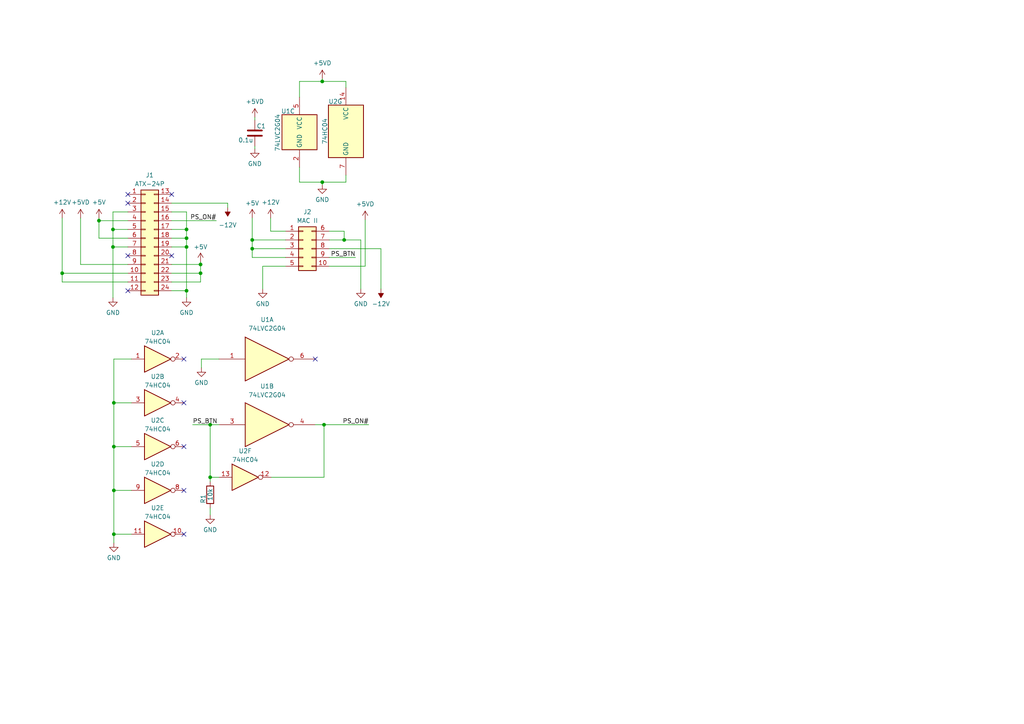
<source format=kicad_sch>
(kicad_sch (version 20230121) (generator eeschema)
  (paper "A4")
  (title_block (title "Mac II to ATX PSU adapter") (date "2023-11-14") (rev "V1") (company "JAchan") (comment 1 "Note: Only populate one inverter"))
  (lib_symbols
    (symbol "74xGxx:74LVC2G04"
      (property "Reference" "U" (at 0 7.62 0))
      (property "Value" "74LVC2G04" (at 2.54 -7.62 0))
      (symbol "74LVC2G04_1_1"
        (polyline (pts (xy -7.62 6.35) (xy -7.62 -6.35) (xy 5.08 0) (xy -7.62 6.35)) (stroke (width 0.254)) (fill (type background)))
        (pin input line (at -15.24 0 0) (length 7.62) (name "~") (number "1"))
        (pin output inverted (at 12.7 0 180) (length 7.62) (name "~") (number "6"))
      )
      (symbol "74LVC2G04_2_1"
        (polyline (pts (xy -7.62 6.35) (xy -7.62 -6.35) (xy 5.08 0) (xy -7.62 6.35)) (stroke (width 0.254)) (fill (type background)))
        (pin input line (at -15.24 0 0) (length 7.62) (name "~") (number "3"))
        (pin output inverted (at 12.7 0 180) (length 7.62) (name "~") (number "4"))
      )
      (symbol "74LVC2G04_3_0"
        (rectangle (start -5.08 -5.08) (end 5.08 5.08) (stroke (width 0.254)) (fill (type background)))
      )
      (symbol "74LVC2G04_3_1"
        (pin power_in line (at 0 -10.16 90) (length 5.08) (name "GND") (number "2"))
        (pin power_in line (at 0 10.16 270) (length 5.08) (name "VCC") (number "5"))
      )
    )
    (symbol "74xx:74HC04"
      (property "Reference" "U" (at 0 1.27 0))
      (property "Value" "74HC04" (at 0 -1.27 0))
      (symbol "74HC04_1_0"
        (polyline (pts (xy -3.81 3.81) (xy -3.81 -3.81) (xy 3.81 0) (xy -3.81 3.81)) (stroke (width 0.254)) (fill (type background)))
        (pin input line (at -7.62 0 0) (length 3.81) (name "~") (number "1"))
        (pin output inverted (at 7.62 0 180) (length 3.81) (name "~") (number "2"))
      )
      (symbol "74HC04_2_0"
        (polyline (pts (xy -3.81 3.81) (xy -3.81 -3.81) (xy 3.81 0) (xy -3.81 3.81)) (stroke (width 0.254)) (fill (type background)))
        (pin input line (at -7.62 0 0) (length 3.81) (name "~") (number "3"))
        (pin output inverted (at 7.62 0 180) (length 3.81) (name "~") (number "4"))
      )
      (symbol "74HC04_3_0"
        (polyline (pts (xy -3.81 3.81) (xy -3.81 -3.81) (xy 3.81 0) (xy -3.81 3.81)) (stroke (width 0.254)) (fill (type background)))
        (pin input line (at -7.62 0 0) (length 3.81) (name "~") (number "5"))
        (pin output inverted (at 7.62 0 180) (length 3.81) (name "~") (number "6"))
      )
      (symbol "74HC04_4_0"
        (polyline (pts (xy -3.81 3.81) (xy -3.81 -3.81) (xy 3.81 0) (xy -3.81 3.81)) (stroke (width 0.254)) (fill (type background)))
        (pin output inverted (at 7.62 0 180) (length 3.81) (name "~") (number "8"))
        (pin input line (at -7.62 0 0) (length 3.81) (name "~") (number "9"))
      )
      (symbol "74HC04_5_0"
        (polyline (pts (xy -3.81 3.81) (xy -3.81 -3.81) (xy 3.81 0) (xy -3.81 3.81)) (stroke (width 0.254)) (fill (type background)))
        (pin output inverted (at 7.62 0 180) (length 3.81) (name "~") (number "10"))
        (pin input line (at -7.62 0 0) (length 3.81) (name "~") (number "11"))
      )
      (symbol "74HC04_6_0"
        (polyline (pts (xy -3.81 3.81) (xy -3.81 -3.81) (xy 3.81 0) (xy -3.81 3.81)) (stroke (width 0.254)) (fill (type background)))
        (pin output inverted (at 7.62 0 180) (length 3.81) (name "~") (number "12"))
        (pin input line (at -7.62 0 0) (length 3.81) (name "~") (number "13"))
      )
      (symbol "74HC04_7_0"
        (pin power_in line (at 0 12.7 270) (length 5.08) (name "VCC") (number "14"))
        (pin power_in line (at 0 -12.7 90) (length 5.08) (name "GND") (number "7"))
      )
      (symbol "74HC04_7_1"
        (rectangle (start -5.08 7.62) (end 5.08 -7.62) (stroke (width 0.254)) (fill (type background)))
      )
    )
    (symbol "Connector_Generic:Conn_02x05_Top_Bottom" (pin_names (offset 1.016) hide)
      (property "Reference" "J" (at 1.27 7.62 0))
      (property "Value" "Conn_02x05_Top_Bottom" (at 1.27 -7.62 0))
      (symbol "Conn_02x05_Top_Bottom_1_1"
        (rectangle (start -1.27 -4.953) (end 0 -5.207) (stroke (width 0.1524)))
        (rectangle (start -1.27 -2.413) (end 0 -2.667) (stroke (width 0.1524)))
        (rectangle (start -1.27 0.127) (end 0 -0.127) (stroke (width 0.1524)))
        (rectangle (start -1.27 2.667) (end 0 2.413) (stroke (width 0.1524)))
        (rectangle (start -1.27 5.207) (end 0 4.953) (stroke (width 0.1524)))
        (rectangle (start -1.27 6.35) (end 3.81 -6.35) (stroke (width 0.254)) (fill (type background)))
        (rectangle (start 3.81 -4.953) (end 2.54 -5.207) (stroke (width 0.1524)))
        (rectangle (start 3.81 -2.413) (end 2.54 -2.667) (stroke (width 0.1524)))
        (rectangle (start 3.81 0.127) (end 2.54 -0.127) (stroke (width 0.1524)))
        (rectangle (start 3.81 2.667) (end 2.54 2.413) (stroke (width 0.1524)))
        (rectangle (start 3.81 5.207) (end 2.54 4.953) (stroke (width 0.1524)))
        (pin passive line (at -5.08 5.08 0) (length 3.81) (name "Pin_1") (number "1"))
        (pin passive line (at 7.62 -5.08 180) (length 3.81) (name "Pin_10") (number "10"))
        (pin passive line (at -5.08 2.54 0) (length 3.81) (name "Pin_2") (number "2"))
        (pin passive line (at -5.08 0 0) (length 3.81) (name "Pin_3") (number "3"))
        (pin passive line (at -5.08 -2.54 0) (length 3.81) (name "Pin_4") (number "4"))
        (pin passive line (at -5.08 -5.08 0) (length 3.81) (name "Pin_5") (number "5"))
        (pin passive line (at 7.62 5.08 180) (length 3.81) (name "Pin_6") (number "6"))
        (pin passive line (at 7.62 2.54 180) (length 3.81) (name "Pin_7") (number "7"))
        (pin passive line (at 7.62 0 180) (length 3.81) (name "Pin_8") (number "8"))
        (pin passive line (at 7.62 -2.54 180) (length 3.81) (name "Pin_9") (number "9"))
      )
    )
    (symbol "Connector_Generic:Conn_02x12_Top_Bottom" (pin_names (offset 1.016) hide)
      (property "Reference" "J" (at 1.27 15.24 0))
      (property "Value" "Conn_02x12_Top_Bottom" (at 1.27 -17.78 0))
      (symbol "Conn_02x12_Top_Bottom_1_1"
        (rectangle (start -1.27 -15.113) (end 0 -15.367) (stroke (width 0.1524)))
        (rectangle (start -1.27 -12.573) (end 0 -12.827) (stroke (width 0.1524)))
        (rectangle (start -1.27 -10.033) (end 0 -10.287) (stroke (width 0.1524)))
        (rectangle (start -1.27 -7.493) (end 0 -7.747) (stroke (width 0.1524)))
        (rectangle (start -1.27 -4.953) (end 0 -5.207) (stroke (width 0.1524)))
        (rectangle (start -1.27 -2.413) (end 0 -2.667) (stroke (width 0.1524)))
        (rectangle (start -1.27 0.127) (end 0 -0.127) (stroke (width 0.1524)))
        (rectangle (start -1.27 2.667) (end 0 2.413) (stroke (width 0.1524)))
        (rectangle (start -1.27 5.207) (end 0 4.953) (stroke (width 0.1524)))
        (rectangle (start -1.27 7.747) (end 0 7.493) (stroke (width 0.1524)))
        (rectangle (start -1.27 10.287) (end 0 10.033) (stroke (width 0.1524)))
        (rectangle (start -1.27 12.827) (end 0 12.573) (stroke (width 0.1524)))
        (rectangle (start -1.27 13.97) (end 3.81 -16.51) (stroke (width 0.254)) (fill (type background)))
        (rectangle (start 3.81 -15.113) (end 2.54 -15.367) (stroke (width 0.1524)))
        (rectangle (start 3.81 -12.573) (end 2.54 -12.827) (stroke (width 0.1524)))
        (rectangle (start 3.81 -10.033) (end 2.54 -10.287) (stroke (width 0.1524)))
        (rectangle (start 3.81 -7.493) (end 2.54 -7.747) (stroke (width 0.1524)))
        (rectangle (start 3.81 -4.953) (end 2.54 -5.207) (stroke (width 0.1524)))
        (rectangle (start 3.81 -2.413) (end 2.54 -2.667) (stroke (width 0.1524)))
        (rectangle (start 3.81 0.127) (end 2.54 -0.127) (stroke (width 0.1524)))
        (rectangle (start 3.81 2.667) (end 2.54 2.413) (stroke (width 0.1524)))
        (rectangle (start 3.81 5.207) (end 2.54 4.953) (stroke (width 0.1524)))
        (rectangle (start 3.81 7.747) (end 2.54 7.493) (stroke (width 0.1524)))
        (rectangle (start 3.81 10.287) (end 2.54 10.033) (stroke (width 0.1524)))
        (rectangle (start 3.81 12.827) (end 2.54 12.573) (stroke (width 0.1524)))
        (pin passive line (at -5.08 12.7 0) (length 3.81) (name "Pin_1") (number "1"))
        (pin passive line (at -5.08 -10.16 0) (length 3.81) (name "Pin_10") (number "10"))
        (pin passive line (at -5.08 -12.7 0) (length 3.81) (name "Pin_11") (number "11"))
        (pin passive line (at -5.08 -15.24 0) (length 3.81) (name "Pin_12") (number "12"))
        (pin passive line (at 7.62 12.7 180) (length 3.81) (name "Pin_13") (number "13"))
        (pin passive line (at 7.62 10.16 180) (length 3.81) (name "Pin_14") (number "14"))
        (pin passive line (at 7.62 7.62 180) (length 3.81) (name "Pin_15") (number "15"))
        (pin passive line (at 7.62 5.08 180) (length 3.81) (name "Pin_16") (number "16"))
        (pin passive line (at 7.62 2.54 180) (length 3.81) (name "Pin_17") (number "17"))
        (pin passive line (at 7.62 0 180) (length 3.81) (name "Pin_18") (number "18"))
        (pin passive line (at 7.62 -2.54 180) (length 3.81) (name "Pin_19") (number "19"))
        (pin passive line (at -5.08 10.16 0) (length 3.81) (name "Pin_2") (number "2"))
        (pin passive line (at 7.62 -5.08 180) (length 3.81) (name "Pin_20") (number "20"))
        (pin passive line (at 7.62 -7.62 180) (length 3.81) (name "Pin_21") (number "21"))
        (pin passive line (at 7.62 -10.16 180) (length 3.81) (name "Pin_22") (number "22"))
        (pin passive line (at 7.62 -12.7 180) (length 3.81) (name "Pin_23") (number "23"))
        (pin passive line (at 7.62 -15.24 180) (length 3.81) (name "Pin_24") (number "24"))
        (pin passive line (at -5.08 7.62 0) (length 3.81) (name "Pin_3") (number "3"))
        (pin passive line (at -5.08 5.08 0) (length 3.81) (name "Pin_4") (number "4"))
        (pin passive line (at -5.08 2.54 0) (length 3.81) (name "Pin_5") (number "5"))
        (pin passive line (at -5.08 0 0) (length 3.81) (name "Pin_6") (number "6"))
        (pin passive line (at -5.08 -2.54 0) (length 3.81) (name "Pin_7") (number "7"))
        (pin passive line (at -5.08 -5.08 0) (length 3.81) (name "Pin_8") (number "8"))
        (pin passive line (at -5.08 -7.62 0) (length 3.81) (name "Pin_9") (number "9"))
      )
    )
    (symbol "Device:C" (pin_numbers hide) (pin_names (offset 0.254))
      (property "Reference" "C" (at 0.635 2.54 0))
      (property "Value" "C" (at 0.635 -2.54 0))
      (symbol "C_0_1"
        (polyline (pts (xy -2.032 -0.762) (xy 2.032 -0.762)) (stroke (width 0.508)))
        (polyline (pts (xy -2.032 0.762) (xy 2.032 0.762)) (stroke (width 0.508)))
      )
      (symbol "C_1_1"
        (pin passive line (at 0 3.81 270) (length 2.794) (name "~") (number "1"))
        (pin passive line (at 0 -3.81 90) (length 2.794) (name "~") (number "2"))
      )
    )
    (symbol "Device:R" (pin_numbers hide) (pin_names (offset 0))
      (property "Reference" "R" (at 2.032 0 90))
      (property "Value" "R" (at 0 0 90))
      (symbol "R_0_1"
        (rectangle (start -1.016 -2.54) (end 1.016 2.54) (stroke (width 0.254)))
      )
      (symbol "R_1_1"
        (pin passive line (at 0 3.81 270) (length 1.27) (name "~") (number "1"))
        (pin passive line (at 0 -3.81 90) (length 1.27) (name "~") (number "2"))
      )
    )
    (symbol "power:+12V" (power) (pin_names (offset 0))
      (property "Value" "+12V" (at 0 3.556 0))
      (symbol "+12V_0_1"
        (polyline (pts (xy -0.762 1.27) (xy 0 2.54)))
        (polyline (pts (xy 0 0) (xy 0 2.54)))
        (polyline (pts (xy 0 2.54) (xy 0.762 1.27)))
      )
      (symbol "+12V_1_1"
        (pin power_in line (at 0 0 90) (length 0) hide (name "+12V") (number "1"))
      )
    )
    (symbol "power:+5V" (power) (pin_names (offset 0))
      (property "Value" "+5V" (at 0 3.556 0))
      (symbol "+5V_0_1"
        (polyline (pts (xy -0.762 1.27) (xy 0 2.54)))
        (polyline (pts (xy 0 0) (xy 0 2.54)))
        (polyline (pts (xy 0 2.54) (xy 0.762 1.27)))
      )
      (symbol "+5V_1_1"
        (pin power_in line (at 0 0 90) (length 0) hide (name "+5V") (number "1"))
      )
    )
    (symbol "power:+5VD" (power) (pin_names (offset 0))
      (property "Value" "+5VD" (at 0 3.556 0))
      (symbol "+5VD_0_1"
        (polyline (pts (xy -0.762 1.27) (xy 0 2.54)))
        (polyline (pts (xy 0 0) (xy 0 2.54)))
        (polyline (pts (xy 0 2.54) (xy 0.762 1.27)))
      )
      (symbol "+5VD_1_1"
        (pin power_in line (at 0 0 90) (length 0) hide (name "+5VD") (number "1"))
      )
    )
    (symbol "power:-12V" (power) (pin_names (offset 0))
      (property "Value" "-12V" (at 0 3.81 0))
      (symbol "-12V_0_0"
        (pin power_in line (at 0 0 90) (length 0) hide (name "-12V") (number "1"))
      )
      (symbol "-12V_0_1"
        (polyline (pts (xy 0 0) (xy 0 1.27) (xy 0.762 1.27) (xy 0 2.54) (xy -0.762 1.27) (xy 0 1.27)) (fill (type outline)))
      )
    )
    (symbol "power:GND" (power) (pin_names (offset 0))
      (property "Value" "GND" (at 0 -3.81 0))
      (symbol "GND_0_1"
        (polyline (pts (xy 0 0) (xy 0 -1.27) (xy 1.27 -1.27) (xy 0 -2.54) (xy -1.27 -1.27) (xy 0 -1.27)))
      )
      (symbol "GND_1_1"
        (pin power_in line (at 0 0 270) (length 0) hide (name "GND") (number "1"))
      )
    )
  )
  (junction (at 58.166 76.708))
  (junction (at 54.102 71.628))
  (junction (at 73.152 72.136))
  (junction (at 93.98 123.19))
  (junction (at 33.02 154.94))
  (junction (at 73.152 69.596))
  (junction (at 32.766 66.548))
  (junction (at 60.96 123.19))
  (junction (at 54.102 84.328))
  (junction (at 18.034 79.248))
  (junction (at 58.166 79.248))
  (junction (at 99.822 69.596))
  (junction (at 54.102 66.548))
  (junction (at 32.766 71.628))
  (junction (at 33.02 116.84))
  (junction (at 60.96 138.43))
  (junction (at 54.102 69.088))
  (junction (at 33.02 129.54))
  (junction (at 28.702 64.008))
  (junction (at 93.472 23.622))
  (junction (at 33.02 142.24))
  (junction (at 93.472 52.832))
  (no_connect (at 53.34 116.84))
  (no_connect (at 37.084 58.928))
  (no_connect (at 91.44 104.14))
  (no_connect (at 37.084 56.388))
  (no_connect (at 37.084 84.328))
  (no_connect (at 53.34 129.54))
  (no_connect (at 49.784 56.388))
  (no_connect (at 49.784 74.168))
  (no_connect (at 37.084 74.168))
  (no_connect (at 53.34 142.24))
  (no_connect (at 53.34 154.94))
  (no_connect (at 53.34 104.14))
  (wire (pts (xy 32.766 66.548) (xy 32.766 71.628)))
  (wire (pts (xy 54.102 71.628) (xy 54.102 84.328)))
  (wire (pts (xy 86.868 52.832) (xy 86.868 48.514)))
  (wire (pts (xy 100.33 50.8) (xy 100.33 52.832)))
  (wire (pts (xy 54.102 84.328) (xy 54.102 86.36)))
  (wire (pts (xy 49.784 79.248) (xy 58.166 79.248)))
  (wire (pts (xy 33.02 142.24) (xy 33.02 154.94)))
  (wire (pts (xy 49.784 84.328) (xy 54.102 84.328)))
  (wire (pts (xy 32.766 66.548) (xy 37.084 66.548)))
  (wire (pts (xy 54.102 69.088) (xy 54.102 71.628)))
  (wire (pts (xy 100.33 23.622) (xy 100.33 25.4)))
  (wire (pts (xy 95.504 69.596) (xy 99.822 69.596)))
  (wire (pts (xy 73.914 42.418) (xy 73.914 43.18)))
  (wire (pts (xy 18.034 81.788) (xy 37.084 81.788)))
  (wire (pts (xy 93.472 23.622) (xy 100.33 23.622)))
  (wire (pts (xy 49.784 61.468) (xy 54.102 61.468)))
  (wire (pts (xy 93.472 22.86) (xy 93.472 23.622)))
  (wire (pts (xy 95.504 67.056) (xy 99.822 67.056)))
  (wire (pts (xy 54.102 61.468) (xy 54.102 66.548)))
  (wire (pts (xy 23.368 63.246) (xy 23.368 76.708)))
  (wire (pts (xy 93.98 138.43) (xy 93.98 123.19)))
  (wire (pts (xy 78.486 63.246) (xy 78.486 67.056)))
  (wire (pts (xy 73.152 69.596) (xy 82.804 69.596)))
  (wire (pts (xy 99.822 67.056) (xy 99.822 69.596)))
  (wire (pts (xy 104.648 69.596) (xy 104.648 83.82)))
  (wire (pts (xy 33.02 154.94) (xy 38.1 154.94)))
  (wire (pts (xy 93.98 123.19) (xy 91.44 123.19)))
  (wire (pts (xy 28.702 64.008) (xy 37.084 64.008)))
  (wire (pts (xy 32.766 71.628) (xy 37.084 71.628)))
  (wire (pts (xy 73.152 63.246) (xy 73.152 69.596)))
  (wire (pts (xy 49.784 71.628) (xy 54.102 71.628)))
  (wire (pts (xy 76.2 83.82) (xy 76.2 77.216)))
  (wire (pts (xy 49.784 76.708) (xy 58.166 76.708)))
  (wire (pts (xy 32.766 61.468) (xy 37.084 61.468)))
  (wire (pts (xy 86.868 23.622) (xy 93.472 23.622)))
  (wire (pts (xy 58.42 104.14) (xy 58.42 106.68)))
  (wire (pts (xy 93.472 52.832) (xy 86.868 52.832)))
  (wire (pts (xy 73.914 34.036) (xy 73.914 34.798)))
  (wire (pts (xy 28.702 69.088) (xy 37.084 69.088)))
  (wire (pts (xy 58.166 79.248) (xy 58.166 81.788)))
  (wire (pts (xy 32.766 71.628) (xy 32.766 86.36)))
  (wire (pts (xy 49.784 66.548) (xy 54.102 66.548)))
  (wire (pts (xy 33.02 129.54) (xy 33.02 142.24)))
  (wire (pts (xy 33.02 154.94) (xy 33.02 157.48)))
  (wire (pts (xy 49.784 81.788) (xy 58.166 81.788)))
  (wire (pts (xy 78.486 67.056) (xy 82.804 67.056)))
  (wire (pts (xy 93.472 52.832) (xy 93.472 53.594)))
  (wire (pts (xy 93.98 123.19) (xy 106.934 123.19)))
  (wire (pts (xy 23.368 76.708) (xy 37.084 76.708)))
  (wire (pts (xy 73.152 72.136) (xy 82.804 72.136)))
  (wire (pts (xy 18.034 79.248) (xy 18.034 81.788)))
  (wire (pts (xy 33.02 116.84) (xy 38.1 116.84)))
  (wire (pts (xy 33.02 142.24) (xy 38.1 142.24)))
  (wire (pts (xy 33.02 104.14) (xy 38.1 104.14)))
  (wire (pts (xy 105.918 63.754) (xy 105.918 77.216)))
  (wire (pts (xy 28.702 64.008) (xy 28.702 69.088)))
  (wire (pts (xy 78.74 138.43) (xy 93.98 138.43)))
  (wire (pts (xy 95.504 74.676) (xy 103.124 74.676)))
  (wire (pts (xy 49.784 64.008) (xy 62.738 64.008)))
  (wire (pts (xy 73.152 74.676) (xy 82.804 74.676)))
  (wire (pts (xy 110.49 72.136) (xy 110.49 83.82)))
  (wire (pts (xy 63.5 123.19) (xy 60.96 123.19)))
  (wire (pts (xy 58.42 104.14) (xy 63.5 104.14)))
  (wire (pts (xy 60.96 147.32) (xy 60.96 149.352)))
  (wire (pts (xy 73.152 72.136) (xy 73.152 74.676)))
  (wire (pts (xy 95.504 72.136) (xy 110.49 72.136)))
  (wire (pts (xy 33.02 104.14) (xy 33.02 116.84)))
  (wire (pts (xy 99.822 69.596) (xy 104.648 69.596)))
  (wire (pts (xy 73.152 69.596) (xy 73.152 72.136)))
  (wire (pts (xy 58.166 75.946) (xy 58.166 76.708)))
  (wire (pts (xy 60.96 123.19) (xy 55.88 123.19)))
  (wire (pts (xy 32.766 61.468) (xy 32.766 66.548)))
  (wire (pts (xy 49.784 69.088) (xy 54.102 69.088)))
  (wire (pts (xy 60.96 123.19) (xy 60.96 138.43)))
  (wire (pts (xy 100.33 52.832) (xy 93.472 52.832)))
  (wire (pts (xy 54.102 66.548) (xy 54.102 69.088)))
  (wire (pts (xy 28.702 63.246) (xy 28.702 64.008)))
  (wire (pts (xy 18.034 63.246) (xy 18.034 79.248)))
  (wire (pts (xy 86.868 28.194) (xy 86.868 23.622)))
  (wire (pts (xy 18.034 79.248) (xy 37.084 79.248)))
  (wire (pts (xy 49.784 58.928) (xy 66.04 58.928)))
  (wire (pts (xy 60.96 138.43) (xy 60.96 139.7)))
  (wire (pts (xy 60.96 138.43) (xy 63.5 138.43)))
  (wire (pts (xy 66.04 60.198) (xy 66.04 58.928)))
  (wire (pts (xy 76.2 77.216) (xy 82.804 77.216)))
  (wire (pts (xy 33.02 116.84) (xy 33.02 129.54)))
  (wire (pts (xy 58.166 76.708) (xy 58.166 79.248)))
  (wire (pts (xy 95.504 77.216) (xy 105.918 77.216)))
  (wire (pts (xy 33.02 129.54) (xy 38.1 129.54)))
  (label "PS_ON#" (at 62.738 64.008 180))
  (label "PS_ON#" (at 106.934 123.19 180))
  (label "PS_BTN" (at 103.124 74.676 180))
  (label "PS_BTN" (at 55.88 123.19 0))
  (symbol (lib_id "power:GND") (at 58.42 106.68 0) (unit 1)
    (property "Reference" "#PWR019" (effects hide))
    (property "Value" "GND" (at 58.42 110.998 0))
  )
  (symbol (lib_id "power:GND") (at 104.648 83.82 0) (unit 1)
    (property "Reference" "#PWR014" (effects hide))
    (property "Value" "GND" (at 104.648 88.138 0))
  )
  (symbol (lib_id "74xGxx:74LVC2G04") (at 86.868 38.354 0) (unit 3)
    (property "Reference" "U1" (at 81.534 32.258 0) (effects (justify left)))
    (property "Value" "74LVC2G04" (at 80.518 43.942 90) (effects (justify left)))
    (property "Footprint" "Package_TO_SOT_SMD:SOT-23-6" (effects hide))
    (property "Datasheet" "http://www.ti.com/lit/sg/scyt129e/scyt129e.pdf" (effects hide))
  )
  (symbol (lib_id "74xx:74HC04") (at 100.33 38.1 0) (unit 7)
    (property "Reference" "U2" (at 95.25 29.464 0) (effects (justify left)))
    (property "Value" "74HC04" (at 94.234 41.91 90) (effects (justify left)))
    (property "Footprint" "Package_SO:SOIC-14_3.9x8.7mm_P1.27mm" (effects hide))
    (property "Datasheet" "https://assets.nexperia.com/documents/data-sheet/74HC_HCT04.pdf" (effects hide))
  )
  (symbol (lib_id "power:+5VD") (at 105.918 63.754 0) (unit 1)
    (property "Reference" "#PWR013" (effects hide))
    (property "Value" "+5VD" (at 105.918 59.182 0))
  )
  (symbol (lib_id "power:+5VD") (at 23.368 63.246 0) (unit 1)
    (property "Reference" "#PWR011" (effects hide))
    (property "Value" "+5VD" (at 23.368 58.674 0))
  )
  (symbol (lib_id "power:GND") (at 32.766 86.36 0) (unit 1)
    (property "Reference" "#PWR09" (effects hide))
    (property "Value" "GND" (at 32.766 90.678 0))
  )
  (symbol (lib_id "power:GND") (at 33.02 157.48 0) (unit 1)
    (property "Reference" "#PWR012" (effects hide))
    (property "Value" "GND" (at 33.02 161.798 0))
  )
  (symbol (lib_id "74xGxx:74LVC2G04") (at 78.74 104.14 0) (unit 1)
    (property "Reference" "U1" (at 77.47 92.71 0))
    (property "Value" "74LVC2G04" (at 77.47 95.25 0))
    (property "Footprint" "Package_TO_SOT_SMD:SOT-23-6" (effects hide))
    (property "Datasheet" "http://www.ti.com/lit/sg/scyt129e/scyt129e.pdf" (effects hide))
  )
  (symbol (lib_id "74xx:74HC04") (at 71.12 138.43 0) (unit 6)
    (property "Reference" "U2" (at 71.12 130.81 0))
    (property "Value" "74HC04" (at 71.12 133.35 0))
    (property "Footprint" "Package_SO:SOIC-14_3.9x8.7mm_P1.27mm" (effects hide))
    (property "Datasheet" "https://assets.nexperia.com/documents/data-sheet/74HC_HCT04.pdf" (effects hide))
  )
  (symbol (lib_id "74xGxx:74LVC2G04") (at 78.74 123.19 0) (unit 2)
    (property "Reference" "U1" (at 77.47 112.014 0))
    (property "Value" "74LVC2G04" (at 77.47 114.554 0))
    (property "Footprint" "Package_TO_SOT_SMD:SOT-23-6" (effects hide))
    (property "Datasheet" "http://www.ti.com/lit/sg/scyt129e/scyt129e.pdf" (effects hide))
  )
  (symbol (lib_id "power:+5V") (at 58.166 75.946 0) (unit 1)
    (property "Reference" "#PWR05" (effects hide))
    (property "Value" "+5V" (at 58.166 71.628 0))
  )
  (symbol (lib_id "power:-12V") (at 110.49 83.82 180) (unit 1)
    (property "Reference" "#PWR04" (effects hide))
    (property "Value" "-12V" (at 110.49 88.138 0))
  )
  (symbol (lib_id "power:GND") (at 60.96 149.352 0) (unit 1)
    (property "Reference" "#PWR020" (effects hide))
    (property "Value" "GND" (at 60.96 153.67 0))
  )
  (symbol (lib_id "74xx:74HC04") (at 45.72 104.14 0) (unit 1)
    (property "Reference" "U2" (at 45.72 96.52 0))
    (property "Value" "74HC04" (at 45.72 99.06 0))
    (property "Footprint" "Package_SO:SOIC-14_3.9x8.7mm_P1.27mm" (effects hide))
    (property "Datasheet" "https://assets.nexperia.com/documents/data-sheet/74HC_HCT04.pdf" (effects hide))
  )
  (symbol (lib_id "power:+5V") (at 73.152 63.246 0) (unit 1)
    (property "Reference" "#PWR02" (effects hide))
    (property "Value" "+5V" (at 73.152 58.928 0))
  )
  (symbol (lib_id "power:GND") (at 93.472 53.594 0) (unit 1)
    (property "Reference" "#PWR015" (effects hide))
    (property "Value" "GND" (at 93.472 57.912 0))
  )
  (symbol (lib_id "74xx:74HC04") (at 45.72 116.84 0) (unit 2)
    (property "Reference" "U2" (at 45.72 109.22 0))
    (property "Value" "74HC04" (at 45.72 111.76 0))
    (property "Footprint" "Package_SO:SOIC-14_3.9x8.7mm_P1.27mm" (effects hide))
    (property "Datasheet" "https://assets.nexperia.com/documents/data-sheet/74HC_HCT04.pdf" (effects hide))
  )
  (symbol (lib_id "power:+12V") (at 78.486 63.246 0) (unit 1)
    (property "Reference" "#PWR03" (effects hide))
    (property "Value" "+12V" (at 78.486 58.674 0))
  )
  (symbol (lib_id "74xx:74HC04") (at 45.72 154.94 0) (unit 5)
    (property "Reference" "U2" (at 45.72 147.32 0))
    (property "Value" "74HC04" (at 45.72 149.86 0))
    (property "Footprint" "Package_SO:SOIC-14_3.9x8.7mm_P1.27mm" (effects hide))
    (property "Datasheet" "https://assets.nexperia.com/documents/data-sheet/74HC_HCT04.pdf" (effects hide))
  )
  (symbol (lib_id "power:GND") (at 76.2 83.82 0) (unit 1)
    (property "Reference" "#PWR01" (effects hide))
    (property "Value" "GND" (at 76.2 88.138 0))
  )
  (symbol (lib_id "power:+5VD") (at 93.472 22.86 0) (unit 1)
    (property "Reference" "#PWR016" (effects hide))
    (property "Value" "+5VD" (at 93.472 18.288 0))
  )
  (symbol (lib_id "power:-12V") (at 66.04 60.198 180) (unit 1)
    (property "Reference" "#PWR07" (effects hide))
    (property "Value" "-12V" (at 66.04 65.278 0))
  )
  (symbol (lib_id "power:GND") (at 73.914 43.18 0) (unit 1)
    (property "Reference" "#PWR017" (effects hide))
    (property "Value" "GND" (at 73.914 47.498 0))
  )
  (symbol (lib_id "Connector_Generic:Conn_02x05_Top_Bottom") (at 87.884 72.136 0) (unit 1)
    (property "Reference" "J2" (at 89.154 61.468 0))
    (property "Value" "MAC II" (at 89.154 64.008 0))
    (property "Footprint" "MacPSU_conn:MacPSU_conn" (effects hide))
  )
  (symbol (lib_id "Device:R") (at 60.96 143.51 0) (unit 1)
    (property "Reference" "R1" (at 58.928 146.05 90) (effects (justify left)))
    (property "Value" "10k" (at 60.96 145.288 90) (effects (justify left)))
    (property "Footprint" "Resistor_SMD:R_0603_1608Metric_Pad0.98x0.95mm_HandSolder" (effects hide))
  )
  (symbol (lib_id "74xx:74HC04") (at 45.72 142.24 0) (unit 4)
    (property "Reference" "U2" (at 45.72 134.62 0))
    (property "Value" "74HC04" (at 45.72 137.16 0))
    (property "Footprint" "Package_SO:SOIC-14_3.9x8.7mm_P1.27mm" (effects hide))
    (property "Datasheet" "https://assets.nexperia.com/documents/data-sheet/74HC_HCT04.pdf" (effects hide))
  )
  (symbol (lib_id "Device:C") (at 73.914 38.608 0) (unit 1)
    (property "Reference" "C1" (at 74.422 36.576 0) (effects (justify left)))
    (property "Value" "0.1u" (at 69.088 40.64 0) (effects (justify left)))
    (property "Footprint" "Capacitor_SMD:C_0603_1608Metric_Pad1.08x0.95mm_HandSolder" (effects hide))
  )
  (symbol (lib_id "74xx:74HC04") (at 45.72 129.54 0) (unit 3)
    (property "Reference" "U2" (at 45.72 121.92 0))
    (property "Value" "74HC04" (at 45.72 124.46 0))
    (property "Footprint" "Package_SO:SOIC-14_3.9x8.7mm_P1.27mm" (effects hide))
    (property "Datasheet" "https://assets.nexperia.com/documents/data-sheet/74HC_HCT04.pdf" (effects hide))
  )
  (symbol (lib_id "power:GND") (at 54.102 86.36 0) (unit 1)
    (property "Reference" "#PWR08" (effects hide))
    (property "Value" "GND" (at 54.102 90.678 0))
  )
  (symbol (lib_id "power:+12V") (at 18.034 63.246 0) (unit 1)
    (property "Reference" "#PWR010" (effects hide))
    (property "Value" "+12V" (at 18.034 58.674 0))
  )
  (symbol (lib_id "Connector_Generic:Conn_02x12_Top_Bottom") (at 42.164 69.088 0) (unit 1)
    (property "Reference" "J1" (at 43.434 50.8 0))
    (property "Value" "ATX-24P" (at 43.434 53.34 0))
    (property "Footprint" "Connector_Molex:Molex_Mini-Fit_Jr_5566-24A2_2x12_P4.20mm_Vertical" (effects hide))
  )
  (symbol (lib_id "power:+5V") (at 28.702 63.246 0) (unit 1)
    (property "Reference" "#PWR06" (effects hide))
    (property "Value" "+5V" (at 28.702 58.674 0))
  )
  (symbol (lib_id "power:+5VD") (at 73.914 34.036 0) (unit 1)
    (property "Reference" "#PWR018" (effects hide))
    (property "Value" "+5VD" (at 73.914 29.464 0))
  )
)
</source>
